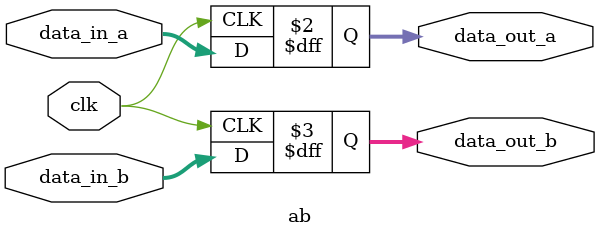
<source format=v>
`timescale 1ns / 1ps
module ab(data_in_a,data_in_b,clk,data_out_a,data_out_b);
  input clk;
  input [31:0] data_in_a,data_in_b;
  output reg[31:0] data_out_a,data_out_b;
  always @(posedge clk)
		begin // ´æÔÚÑÓ³ÙµÄÎÊÌâ£¬ËùÒÔÓÃÏÂ½µÑØ´¥·¢£¬¶ÔÊý¾Ý´«ÊäÃ»ÓÐÊ²Ã´Ó°Ïì
        data_out_a = data_in_a;
		  data_out_b = data_in_b;
     end

endmodule
</source>
